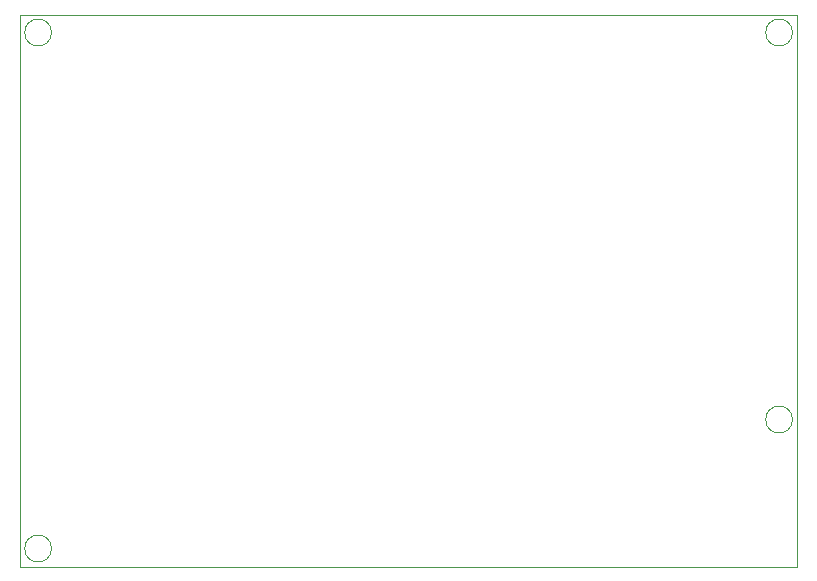
<source format=gbr>
%TF.GenerationSoftware,KiCad,Pcbnew,(7.0.0)*%
%TF.CreationDate,2023-04-20T18:18:11+02:00*%
%TF.ProjectId,PCB_uitlezen_gsm,5043425f-7569-4746-9c65-7a656e5f6773,rev?*%
%TF.SameCoordinates,Original*%
%TF.FileFunction,Profile,NP*%
%FSLAX46Y46*%
G04 Gerber Fmt 4.6, Leading zero omitted, Abs format (unit mm)*
G04 Created by KiCad (PCBNEW (7.0.0)) date 2023-04-20 18:18:11*
%MOMM*%
%LPD*%
G01*
G04 APERTURE LIST*
%TA.AperFunction,Profile*%
%ADD10C,0.100000*%
%TD*%
G04 APERTURE END LIST*
D10*
X77470000Y-69088000D02*
X143256000Y-69088000D01*
X143256000Y-69088000D02*
X143256000Y-115824000D01*
X143256000Y-115824000D02*
X77470000Y-115824000D01*
X77470000Y-115824000D02*
X77470000Y-69088000D01*
X80129923Y-114300000D02*
G75*
G03*
X80129923Y-114300000I-1135923J0D01*
G01*
X80129923Y-70612000D02*
G75*
G03*
X80129923Y-70612000I-1135923J0D01*
G01*
X142867923Y-70612000D02*
G75*
G03*
X142867923Y-70612000I-1135923J0D01*
G01*
X142867923Y-103378000D02*
G75*
G03*
X142867923Y-103378000I-1135923J0D01*
G01*
M02*

</source>
